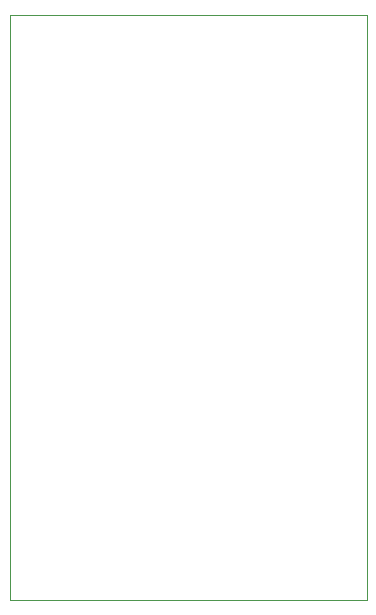
<source format=gbr>
%TF.GenerationSoftware,KiCad,Pcbnew,7.0.9-7.0.9~ubuntu20.04.1*%
%TF.CreationDate,2023-12-24T08:58:33+01:00*%
%TF.ProjectId,mitsubishi2MQTT_esp32dev,6d697473-7562-4697-9368-69324d515454,rev?*%
%TF.SameCoordinates,Original*%
%TF.FileFunction,Profile,NP*%
%FSLAX46Y46*%
G04 Gerber Fmt 4.6, Leading zero omitted, Abs format (unit mm)*
G04 Created by KiCad (PCBNEW 7.0.9-7.0.9~ubuntu20.04.1) date 2023-12-24 08:58:33*
%MOMM*%
%LPD*%
G01*
G04 APERTURE LIST*
%TA.AperFunction,Profile*%
%ADD10C,0.100000*%
%TD*%
G04 APERTURE END LIST*
D10*
X75438000Y-59182000D02*
X105664000Y-59182000D01*
X105664000Y-108676290D01*
X75438000Y-108676290D01*
X75438000Y-59182000D01*
M02*

</source>
